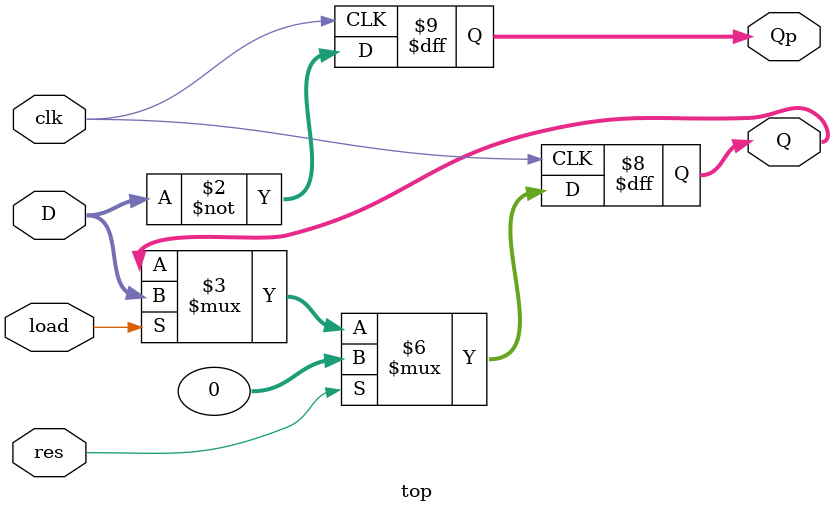
<source format=sv>
/*
1. Simple Register
2. Simple Shift Register
3. Finite State Machine
4. Single Cycle Processor
5. Pipelined Processor (DDCA)
6. Branch Prediction (first simple)
7. Perceptron based branch predicton
*/

// Register w/ Load (Cause you shouldn't do logic on the clock)
module top  (clk, res, D, load, Q, Qp);
  input clk;
  input res;
  input [31:0] D;
  input load;
  output logic [31:0] Q;  
  output logic [31:0] Qp;
  always @(posedge clk) begin
    if(res)
      Q <= 0;
    else 
      if (load)
        Q <= D;
        Qp <= ~D;
  end
  
endmodule 
</source>
